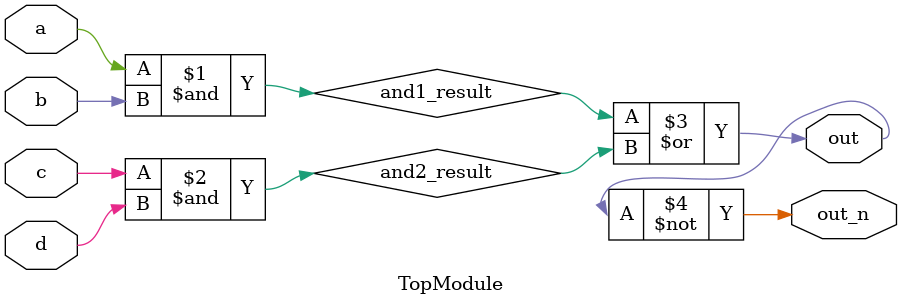
<source format=sv>
module TopModule (
    input logic a,
    input logic b,
    input logic c,
    input logic d,
    output logic out,
    output logic out_n
);

    logic and1_result;
    logic and2_result;

    assign and1_result = a & b;
    assign and2_result = c & d;
    assign out = and1_result | and2_result;
    assign out_n = ~out;

endmodule
</source>
